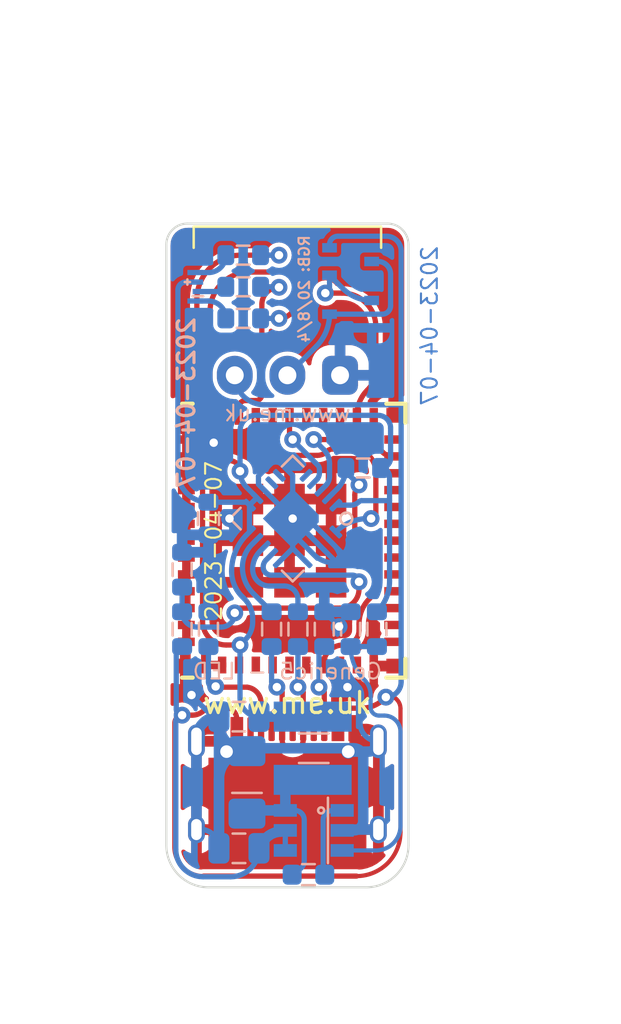
<source format=kicad_pcb>
(kicad_pcb (version 20211014) (generator pcbnew)
  (title_block (title "Generic ESP32-PICO-MINI Module") (date "${DATE}") (rev "1") (company "Adrian Kennard, Andrews & Arnold Ltd"))
  (layers (0 "F.Cu" signal) (31 "B.Cu" signal) (34 "B.Paste" user) (35 "F.Paste" user) (36 "B.SilkS" user "B.Silkscreen") (37 "F.SilkS" user "F.Silkscreen") (38 "B.Mask" user) (39 "F.Mask" user) (44 "Edge.Cuts" user))
  (property "DATE" "2023-04-07")
  (net 0 "")
  (net 1 "GND")
  (net 2 "VBUS")
  (net 3 "+3V3")
  (net 4 "Net-(D1-Pad1)")
  (net 7 "Net-(J2-PadA7)")
  (net 8 "Net-(J2-PadA6)")
  (net 9 "Net-(J2-PadB5)")
  (net 10 "R")
  (net 11 "G")
  (net 12 "B")
  (net 13 "D-")
  (net 14 "D+")
  (net 17 "EN")
  (net 20 "GPIO0")
  (net 23 "I")
  (net 24 "O")
  (net 26 "Net-(R10-Pad2)")
  (net 31 "Net-(R11-Pad2)")
  (net 38 "Net-(J2-PadA5)")
  (net 43 "Net-(J1-Pad2)")
  (net 44 "Net-(D1-Pad3)")
  (net 45 "Net-(D1-Pad4)")
  (net 46 "LED")
  (footprint "RevK:ESP32-PICO-MINI-02" (layer "F.Cu") (at 100.1 95.55 90)
    (fp_text reference "U1" hide)
    (fp_text value "ESP32-PICO-MINI-02")
  )
  (footprint "RevK:USC16-TR-PTH" (layer "F.Cu") (at 100 106.95)
    (fp_text reference "J2" hide)
    (fp_text value "USB-C")
  )
  (footprint "RevK:PTSM-HH-3-RA" (layer "F.Cu") (at 100 87.7 180)
    (fp_text reference "J1" hide)
    (fp_text value "Conn_01x03")
  )
  (footprint "RevK:SOT-23-Thin-6-Reg" (layer "B.Cu") (at 101.25 109.3 90)
    (fp_text reference "U3" hide)
    (fp_text value "LMR16006XDDCR")
  )
  (footprint "RevK:R_0603" (layer "B.Cu") (at 95 99.75 90)
    (fp_text reference "R11" hide)
    (fp_text value "4k7")
  )
  (footprint "RevK:R_0603" (layer "B.Cu") (at 103 99.75 -90)
    (fp_text reference "R10" hide)
    (fp_text value "30k 1%")
  )
  (footprint "RevK:R_0603" (layer "B.Cu") (at 99.25 99.75 90)
    (fp_text reference "R7" hide)
    (fp_text value "27R")
  )
  (footprint "RevK:R_0603" (layer "B.Cu") (at 97.9 82)
    (fp_text reference "R4" hide)
    (fp_text value "100R")
  )
  (footprint "RevK:C_0805_" (layer "B.Cu") (at 97.7 110.15 180)
    (fp_text reference "C3" hide)
    (fp_text value "2.2uF")
  )
  (footprint "RevK:C_0603" (layer "B.Cu") (at 96.25 94.5 -90)
    (fp_text reference "C1" hide)
    (fp_text value "100nF")
  )
  (footprint "RevK:SOT-323_SC-70" (layer "B.Cu") (at 103 84.8)
    (fp_text reference "Q2" hide)
    (fp_text value "PMF250XNEX" hide)
  )
  (footprint "RevK:MHS190RGBCT" (layer "B.Cu") (at 95.75 83.5 -90)
    (fp_text reference "D1" hide)
    (fp_text value "LED_BARG" hide)
  )
  (footprint "RevK:C_0603_" (layer "B.Cu") (at 101 111.4 180)
    (fp_text reference "C2" hide)
    (fp_text value "100nF")
  )
  (footprint "RevK:C_0805_" (layer "B.Cu") (at 97.7 103.9 180)
    (fp_text reference "C4" hide)
    (fp_text value "10uF")
  )
  (footprint "RevK:R_0603" (layer "B.Cu") (at 103.6 92.1 180)
    (fp_text reference "R1" hide)
    (fp_text value "10k")
  )
  (footprint "RevK:R_0603" (layer "B.Cu") (at 104.25 99.75 -90)
    (fp_text reference "R9" hide)
    (fp_text value "100k 1%")
  )
  (footprint "RevK:R_0603" (layer "B.Cu") (at 97.9 85)
    (fp_text reference "R3" hide)
    (fp_text value "1K")
  )
  (footprint "RevK:SOT-323_SC-70" (layer "B.Cu") (at 103 82.3 180)
    (fp_text reference "Q1" hide)
    (fp_text value "PMF170XP,115" hide)
  )
  (footprint "RevK:R_0603" (layer "B.Cu") (at 100.5 99.75 90)
    (fp_text reference "R8" hide)
    (fp_text value "27R")
  )
  (footprint "RevK:R_0603" (layer "B.Cu") (at 95 96.925 90)
    (fp_text reference "R12" hide)
    (fp_text value "10k")
  )
  (footprint "RevK:R_0603" (layer "B.Cu") (at 96.25 99.75 90)
    (fp_text reference "R5" hide)
    (fp_text value "5K1")
  )
  (footprint "RevK:L_4x4_" (layer "B.Cu") (at 101.25 105.4 -90)
    (fp_text reference "L1" hide)
    (fp_text value "6.8uH")
  )
  (footprint "RevK:R_0603" (layer "B.Cu") (at 97.9 83.5)
    (fp_text reference "R2" hide)
    (fp_text value "300R")
  )
  (footprint "RevK:QFN-20-1EP_4x4mm_P0.5mm_EP2.5x2.5mm" (layer "B.Cu") (at 100.25 94.5 135)
    (fp_text reference "U2" hide)
    (fp_text value "FT231XQ")
  )
  (footprint "RevK:R_0603" (layer "B.Cu") (at 101.75 99.75 -90)
    (fp_text reference "R6" hide)
    (fp_text value "5K1")
  )
  (footprint "RevK:D_1206_" (layer "B.Cu") (at 98.08 107.02 90)
    (fp_text reference "D2" hide)
    (fp_text value "Schottky")
  )
  (gr_arc (start 94.25 81.5) (mid 94.542893 80.792893) (end 95.25 80.5) (layer "Edge.Cuts") (width 0.1))
  (gr_arc (start 105.75 110) (mid 105.164214 111.414214) (end 103.75 112) (layer "Edge.Cuts") (width 0.1))
  (gr_arc (start 104.75 80.5) (mid 105.457107 80.792893) (end 105.75 81.5) (layer "Edge.Cuts") (width 0.1))
  (gr_arc (start 96.25 112) (mid 94.835786 111.414214) (end 94.25 110) (layer "Edge.Cuts") (width 0.1))
  (gr_line (start 105.75 110) (end 105.75 81.5) (layer "Edge.Cuts") (width 0.1))
  (gr_line (start 96.25 112) (end 103.75 112) (layer "Edge.Cuts") (width 0.1))
  (gr_line (start 94.25 81.5) (end 94.25 110) (layer "Edge.Cuts") (width 0.1))
  (gr_line (start 104.75 80.5) (end 95.25 80.5) (layer "Edge.Cuts") (width 0.1))
  (gr_text "${DATE}" (at 106.75 81.5 90) (layer "B.Cu") (effects (font (size 0.75 0.75) (thickness 0.1)) (justify left mirror)))
  (gr_text "RGB: 20/8/4" (at 100.8 81 90) (layer "B.SilkS") (effects (font (size 0.5 0.5) (thickness 0.1)) (justify left mirror)))
  (gr_text "${DATE}" (at 95.2 89 90) (layer "B.SilkS") (effects (font (size 0.8 0.8)) (justify mirror)))
  (gr_text "Generic5 - LED" (at 100 101.75) (layer "B.SilkS") (effects (font (size 0.75 0.75) (thickness 0.1)) (justify mirror)))
  (gr_text "www.me.uk" (at 100 89.5) (layer "B.SilkS") (effects (font (size 0.75 0.75) (thickness 0.1)) (justify mirror)))
  (gr_text "www.me.uk" (at 100 103.25) (layer "F.SilkS") (effects (font (size 1 1))))
  (segment (start 97.2 99.7) (end 102.376954 99.7) (width 0.25) (layer "F.Cu") (net 1))
  (segment (start 95.441843 102.869662) (end 95.446389 102.874208) (width 0.25) (layer "F.Cu") (net 1))
  (segment (start 95.15 101.5) (end 95.15 102.6) (width 0.25) (layer "F.Cu") (net 1))
  (segment (start 95.3126 102.869662) (end 95.441843 102.869662) (width 0.25) (layer "F.Cu") (net 1))
  (segment (start 105 98.75) (end 104.35 98.75) (width 0.25) (layer "F.Cu") (net 1))
  (segment (start 104.1 99) (end 104.1 101.45) (width 0.25) (layer "F.Cu") (net 1))
  (segment (start 98.125 93.625) (end 97.25 94.5) (width 0.25) (layer "F.Cu") (net 1))
  (segment (start 96.8 104.49) (end 96.26 104.49) (width 0.5) (layer "F.Cu") (net 1))
  (segment (start 98.125 97.525) (end 96.775 97.525) (width 0.25) (layer "F.Cu") (net 1))
  (segment (start 103.2 104.49) (end 103.74 104.49) (width 0.5) (layer "F.Cu") (net 1))
  (segment (start 96.6 97.7) (end 96.6 99.1) (width 0.25) (layer "F.Cu") (net 1))
  (via (at 102.85 102.5) (size 0.8) (drill 0.4) (layers "F.Cu" "B.Cu") (net 1))
  (via (at 100.25 94.5) (size 0.8) (drill 0.4) (layers "F.Cu" "B.Cu") (net 1))
  (via (at 95.446389 102.874208) (size 0.8) (drill 0.4) (layers "F.Cu" "B.Cu") (net 1))
  (via (at 102.454194 99.62276) (size 0.8) (drill 0.4) (layers "F.Cu" "B.Cu") (net 1))
  (via (at 96.5 90.9) (size 0.8) (drill 0.4) (layers "F.Cu" "B.Cu") (net 1))
  (via (at 97.25 94.5) (size 0.8) (drill 0.4) (layers "F.Cu" "B.Cu") (net 1))
  (arc (start 96.6 99.1) (mid 96.775736 99.524264) (end 97.2 99.7) (width 0.25) (layer "F.Cu") (net 1))
  (arc (start 103.74 104.49) (mid 104.150122 104.659878) (end 104.32 105.07) (width 0.5) (layer "F.Cu") (net 1))
  (arc (start 95.15 102.6) (mid 95.194208 102.756749) (end 95.3126 102.869662) (width 0.25) (layer "F.Cu") (net 1))
  (arc (start 102.376954 99.7) (mid 102.431571 99.677377) (end 102.454194 99.62276) (width 0.25) (layer "F.Cu") (net 1))
  (arc (start 96.26 104.49) (mid 95.849878 104.659878) (end 95.68 105.07) (width 0.5) (layer "F.Cu") (net 1))
  (arc (start 104.35 98.75) (mid 104.173223 98.823223) (end 104.1 99) (width 0.25) (layer "F.Cu") (net 1))
  (arc (start 96.775 97.525) (mid 96.651256 97.576256) (end 96.6 97.7) (width 0.25) (layer "F.Cu") (net 1))
  (segment (start 100.25 95.914214) (end 100.25 94.5) (width 0.25) (layer "B.Cu") (net 1))
  (segment (start 95.68 109.24) (end 95.68 107.68) (width 0.25) (layer "B.Cu") (net 1))
  (segment (start 101.593503 95.843503) (end 100.25 94.5) (width 0.25) (layer "B.Cu") (net 1))
  (segment (start 99.614814 91.814884) (end 99.294197 91.814884) (width 0.25) (layer "B.Cu") (net 1))
  (segment (start 104.5 106.75) (end 104.75 107) (width 0.25) (layer "B.Cu") (net 1))
  (segment (start 102.212741 96.6) (end 102.55 96.6) (width 0.25) (layer "B.Cu") (net 1))
  (segment (start 98.625545 92.483536) (end 98.625545 92.875545) (width 0.25) (layer "B.Cu") (net 1))
  (segment (start 96.75 110.15) (end 96.75 106.8675) (width 0.5) (layer "B.Cu") (net 1))
  (segment (start 95.446389 102.894348) (end 95.446389 102.874208) (width 0.25) (layer "B.Cu") (net 1))
  (segment (start 99.613604 96.55061) (end 100.25 95.914214) (width 0.25) (layer "B.Cu") (net 1))
  (segment (start 98.906497 93.156497) (end 100.125 94.375) (width 0.25) (layer "B.Cu") (net 1))
  (segment (start 100.886396 96.55061) (end 100.25 95.914214) (width 0.25) (layer "B.Cu") (net 1))
  (segment (start 102.191421 95.734314) (end 101.947056 95.489949) (width 0.25) (layer "B.Cu") (net 1))
  (segment (start 100.25 92.45007) (end 99.614814 91.814884) (width 0.25) (layer "B.Cu") (net 1))
  (segment (start 99.294197 91.814884) (end 98.625545 92.483536) (width 0.25) (layer "B.Cu") (net 1))
  (segment (start 102.89 105.56) (end 103.83 105.56) (width 0.5) (layer "B.Cu") (net 1))
  (segment (start 98.625545 92.875545) (end 98.906497 93.156497) (width 0.25) (layer "B.Cu") (net 1))
  (segment (start 101.947056 95.489949) (end 100.957107 94.5) (width 0.25) (layer "B.Cu") (net 1))
  (segment (start 95.68 106.82) (end 95.68 105.07) (width 0.25) (layer "B.Cu") (net 1))
  (segment (start 101.756434 98.925) (end 102.454194 99.62276) (width 0.25) (layer "B.Cu") (net 1))
  (segment (start 104.26 109.3) (end 102.6 109.3) (width 0.25) (layer "B.Cu") (net 1))
  (segment (start 100.25 94.5) (end 100.25 92.45007) (width 0.25) (layer "B.Cu") (net 1))
  (segment (start 95.68 107.68) (end 95.25 107.25) (width 0.25) (layer "B.Cu") (net 1))
  (segment (start 96.75 106.8675) (end 96.75 110.4) (width 0.5) (layer "B.Cu") (net 1))
  (segment (start 104.75 107) (end 104.75 108.81) (width 0.25) (layer "B.Cu") (net 1))
  (segment (start 104.32 109.26) (end 102.64 109.26) (width 0.5) (layer "B.Cu") (net 1))
  (segment (start 96.75 103.9) (end 96.75 104.2075) (width 0.5) (layer "B.Cu") (net 1))
  (segment (start 104.75 108.81) (end 104.32 109.24) (width 0.25) (layer "B.Cu") (net 1))
  (segment (start 101.239949 96.197056) (end 100.25 95.207107) (width 0.25) (layer "B.Cu") (net 1))
  (segment (start 104.5 105.25) (end 104.5 106.75) (width 0.25) (layer "B.Cu") (net 1))
  (segment (start 95.25 107.25) (end 95.68 106.82) (width 0.25) (layer "B.Cu") (net 1))
  (segment (start 96.289229 103.737188) (end 95.446389 102.894348) (width 0.25) (layer "B.Cu") (net 1))
  (segment (start 103.45 103.1) (end 103.45 104.2) (width 0.25) (layer "B.Cu") (net 1))
  (arc (start 96.75 104.2075) (mid 97.139548 105.147952) (end 98.08 105.5375) (width 0.5) (layer "B.Cu") (net 1))
  (arc (start 95.84 109.24) (mid 96.483467 109.506533) (end 96.75 110.15) (width 0.25) (layer "B.Cu") (net 1))
  (arc (start 103.83 105.56) (mid 104.176482 105.416482) (end 104.32 105.07) (width 0.5) (layer "B.Cu") (net 1))
  (arc (start 103.45 104.2) (mid 103.704817 104.815183) (end 104.32 105.07) (width 0.25) (layer "B.Cu") (net 1))
  (arc (start 95.68 104.97) (mid 95.993396 104.213396) (end 96.75 103.9) (width 0.5) (layer "B.Cu") (net 1))
  (arc (start 96.75 103.9) (mid 96.506003 103.857662) (end 96.289229 103.737188) (width 0.25) (layer "B.Cu") (net 1))
  (arc (start 102.85 102.5) (mid 103.274264 102.675736) (end 103.45 103.1) (width 0.25) (layer "B.Cu") (net 1))
  (arc (start 102.55 96.6) (mid 102.456808 96.131494) (end 102.191421 95.734314) (width 0.25) (layer "B.Cu") (net 1))
  (arc (start 101.239949 96.197056) (mid 101.68627 96.495278) (end 102.212741 96.6) (width 0.25) (layer "B.Cu") (net 1))
  (arc (start 96.75 106.8675) (mid 97.139548 105.927048) (end 98.08 105.5375) (width 0.5) (layer "B.Cu") (net 1))
  (segment (start 102.4 104.49) (end 102.4 103.95) (width 0.25) (layer "F.Cu") (net 2))
  (segment (start 94.630489 104.200778) (end 94.630489 110.079511) (width 0.2) (layer "F.Cu") (net 2))
  (segment (start 96.018955 111.467977) (end 103.282023 111.467977) (width 0.25) (layer "F.Cu") (net 2))
  (segment (start 104.75 102.9) (end 104.675 102.975) (width 0.25) (layer "F.Cu") (net 2))
  (segment (start 95.00055 103.830717) (end 95.477599 103.830717) (width 0.25) (layer "F.Cu") (net 2))
  (segment (start 104.675 102.975) (end 104.60962 103.04038) (width 0.25) (layer "F.Cu") (net 2))
  (segment (start 103.5 103.5) (end 102.85 103.5) (width 0.25) (layer "F.Cu") (net 2))
  (segment (start 96.517441 103.4) (end 96.95 103.4) (width 0.25) (layer "F.Cu") (net 2))
  (segment (start 105.369511 109.380489) (end 105.369511 103.519511) (width 0.2) (layer "F.Cu") (net 2))
  (via (at 95.00055 103.830717) (size 0.8) (drill 0.4) (layers "F.Cu" "B.Cu") (net 2))
  (via (at 104.675 102.975) (size 0.8) (drill 0.4) (layers "F.Cu" "B.Cu") (net 2))
  (arc (start 96.045489 103.595489) (mid 96.262022 103.450806) (end 96.517441 103.4) (width 0.25) (layer "F.Cu") (net 2))
  (arc (start 105.369511 103.519511) (mid 105.18806 103.081451) (end 104.75 102.9) (width 0.2) (layer "F.Cu") (net 2))
  (arc (start 103.282023 111.467977) (mid 104.7581 110.856566) (end 105.369511 109.380489) (width 0.2) (layer "F.Cu") (net 2))
  (arc (start 94.630489 110.079511) (mid 95.037161 111.061305) (end 96.018955 111.467977) (width 0.2) (layer "F.Cu") (net 2))
  (arc (start 97.6 104.05) (mid 97.409619 103.590381) (end 96.95 103.4) (width 0.25) (layer "F.Cu") (net 2))
  (arc (start 95.00055 103.830717) (mid 94.738877 103.939105) (end 94.630489 104.200778) (width 0.2) (layer "F.Cu") (net 2))
  (arc (start 104.60962 103.04038) (mid 104.100522 103.380549) (end 103.5 103.5) (width 0.25) (layer "F.Cu") (net 2))
  (arc (start 95.477599 103.830717) (mid 95.784939 103.769583) (end 96.045489 103.595489) (width 0.25) (layer "F.Cu") (net 2))
  (arc (start 102.4 103.95) (mid 102.531802 103.631802) (end 102.85 103.5) (width 0.25) (layer "F.Cu") (net 2))
  (segment (start 94.7 110.2) (end 94.7 104.131267) (width 0.25) (layer "B.Cu") (net 2))
  (segment (start 102.4 81.1) (end 104.7 81.1) (width 0.25) (layer "B.Cu") (net 2))
  (segment (start 105.4 89.1) (end 105.4 81.8) (width 0.25) (layer "B.Cu") (net 2))
  (segment (start 102 81.65) (end 102 81.5) (width 0.25) (layer "B.Cu") (net 2))
  (segment (start 98.9 89.1) (end 105.4 89.1) (width 0.25) (layer "B.Cu") (net 2))
  (segment (start 105.4 102.25) (end 105.4 89.1) (width 0.25) (layer "B.Cu") (net 2))
  (segment (start 94.721888 100.853112) (end 94.721888 103.552055) (width 0.25) (layer "B.Cu") (net 2))
  (segment (start 97.3 111.5) (end 96 111.5) (width 0.25) (layer "B.Cu") (net 2))
  (segment (start 99.9 110.25) (end 99.9 109.3) (width 0.25) (layer "B.Cu") (net 2))
  (segment (start 95 100.575) (end 94.721888 100.853112) (width 0.25) (layer "B.Cu") (net 2))
  (arc (start 96 111.5) (mid 95.080761 111.119239) (end 94.7 110.2) (width 0.25) (layer "B.Cu") (net 2))
  (arc (start 98.65 110.15) (mid 98.254594 111.104594) (end 97.3 111.5) (width 0.25) (layer "B.Cu") (net 2))
  (arc (start 94.7 104.131267) (mid 94.788029 103.918746) (end 95.00055 103.830717) (width 0.25) (layer "B.Cu") (net 2))
  (arc (start 97.5 87.7) (mid 97.910051 88.689949) (end 98.9 89.1) (width 0.25) (layer "B.Cu") (net 2))
  (arc (start 104.7 81.1) (mid 105.194975 81.305025) (end 105.4 81.8) (width 0.25) (layer "B.Cu") (net 2))
  (arc (start 104.675 102.975) (mid 105.187652 102.762652) (end 105.4 102.25) (width 0.25) (layer "B.Cu") (net 2))
  (arc (start 94.721888 103.552055) (mid 94.803506 103.749099) (end 95.00055 103.830717) (width 0.25) (layer "B.Cu") (net 2))
  (arc (start 102 81.5) (mid 102.117157 81.217157) (end 102.4 81.1) (width 0.25) (layer "B.Cu") (net 2))
  (segment (start 96.756436 91.751638) (end 97.25114 91.751638) (width 0.25) (layer "F.Cu") (net 3))
  (segment (start 95.971032 99.378968) (end 95.971032 92.621032) (width 0.25) (layer "F.Cu") (net 3))
  (segment (start 97.75 100.5) (end 97.092064 100.5) (width 0.25) (layer "F.Cu") (net 3))
  (segment (start 97.75 100.5) (end 97.75 101.4) (width 0.25) (layer "F.Cu") (net 3))
  (via (at 97.75 92.250498) (size 0.8) (drill 0.4) (layers "F.Cu" "B.Cu") (net 3))
  (via (at 97.75 100.5) (size 0.8) (drill 0.4) (layers "F.Cu" "B.Cu") (net 3))
  (arc (start 97.75 92.250498) (mid 97.603887 91.897751) (end 97.25114 91.751638) (width 0.25) (layer "F.Cu") (net 3))
  (arc (start 97.092064 100.5) (mid 96.299375 100.171657) (end 95.971032 99.378968) (width 0.25) (layer "F.Cu") (net 3))
  (arc (start 95.971032 92.621032) (mid 96.196672 92.036082) (end 96.756436 91.751638) (width 0.25) (layer "F.Cu") (net 3))
  (segment (start 98.35 99.4) (end 98.35 99.265685) (width 0.25) (layer "B.Cu") (net 3))
  (segment (start 98.5 89.6) (end 104.3 89.6) (width 0.25) (layer "B.Cu") (net 3))
  (segment (start 98.552944 93.510051) (end 98.072872 93.029979) (width 0.25) (layer "B.Cu") (net 3))
  (segment (start 97.844975 98.194974) (end 97.95 98.3) (width 0.25) (layer "B.Cu") (net 3))
  (segment (start 97.75 100.5) (end 97.996447 100.253554) (width 0.25) (layer "B.Cu") (net 3))
  (segment (start 104.85 93.65) (end 104.85 97.476472) (width 0.25) (layer "B.Cu") (net 3))
  (segment (start 103.52071 93.65) (end 104.85 93.65) (width 0.25) (layer "B.Cu") (net 3))
  (segment (start 98.19939 93.863604) (end 98.19939 95.136396) (width 0.25) (layer "B.Cu") (net 3))
  (segment (start 95.75 83.275) (end 95.175 83.275) (width 0.25) (layer "B.Cu") (net 3))
  (segment (start 97.75 100.5) (end 97.75 103) (width 0.25) (layer "B.Cu") (net 3))
  (segment (start 102.30061 93.863604) (end 103.005026 93.863604) (width 0.25) (layer "B.Cu") (net 3))
  (segment (start 104.9 90.2) (end 104.9 91.625) (width 0.25) (layer "B.Cu") (net 3))
  (segment (start 94.8 83.65) (end 94.8 92.275) (width 0.25) (layer "B.Cu") (net 3))
  (segment (start 98.199391 93.863604) (end 98.552944 93.510051) (width 0.25) (layer "B.Cu") (net 3))
  (segment (start 104.85 93.65) (end 104.85 92.525) (width 0.25) (layer "B.Cu") (net 3))
  (segment (start 98.060786 93.725) (end 96.25 93.725) (width 0.25) (layer "B.Cu") (net 3))
  (segment (start 97.75 92.250498) (end 97.75 90.35) (width 0.25) (layer "B.Cu") (net 3))
  (arc (start 97.75 103) (mid 98.013604 103.636396) (end 98.65 103.9) (width 0.25) (layer "B.Cu") (net 3))
  (arc (start 98.067158 95.268628) (mid 97.536383 96.062988) (end 97.35 97) (width 0.25) (layer "B.Cu") (net 3))
  (arc (start 103.005026 93.863604) (mid 103.218784 93.821084) (end 103.4 93.7) (width 0.25) (layer "B.Cu") (net 3))
  (arc (start 97.75 90.35) (mid 97.96967 89.81967) (end 98.5 89.6) (width 0.25) (layer "B.Cu") (net 3))
  (arc (start 103.4 93.7) (mid 103.455382 93.662995) (end 103.52071 93.65) (width 0.25) (layer "B.Cu") (net 3))
  (arc (start 98.072872 93.029979) (mid 97.833912 92.67235) (end 97.75 92.250498) (width 0.25) (layer "B.Cu") (net 3))
  (arc (start 104.85 97.476472) (mid 104.694065 98.26041) (end 104.25 98.925) (width 0.25) (layer "B.Cu") (net 3))
  (arc (start 104.9 91.625) (mid 104.760876 91.960876) (end 104.425 92.1) (width 0.25) (layer "B.Cu") (net 3))
  (arc (start 97.996447 100.253554) (mid 98.258114 99.86194) (end 98.35 99.4) (width 0.25) (layer "B.Cu") (net 3))
  (arc (start 97.35 97) (mid 97.47864 97.646715) (end 97.844975 98.194974) (width 0.25) (layer "B.Cu") (net 3))
  (arc (start 95.175 83.275) (mid 94.909835 83.384835) (end 94.8 83.65) (width 0.25) (layer "B.Cu") (net 3))
  (arc (start 104.3 89.6) (mid 104.724264 89.775736) (end 104.9 90.2) (width 0.25) (layer "B.Cu") (net 3))
  (arc (start 104.85 92.525) (mid 104.72552 92.22448) (end 104.425 92.1) (width 0.25) (layer "B.Cu") (net 3))
  (arc (start 98.35 99.265685) (mid 98.246043 98.74306) (end 97.95 98.3) (width 0.25) (layer "B.Cu") (net 3))
  (arc (start 94.8 92.275) (mid 95.224695 93.300305) (end 96.25 93.725) (width 0.25) (layer "B.Cu") (net 3))
  (segment (start 95.625 82.825) (end 96.25 82.825) (width 0.25) (layer "B.Cu") (net 4))
  (arc (start 96.25 82.825) (mid 96.833363 82.583363) (end 97.075 82) (width 0.25) (layer "B.Cu") (net 4))
  (segment (start 100.25 104) (end 100.25 104.49) (width 0.25) (layer "F.Cu") (net 7))
  (segment (start 99.25 104.49) (end 99.25 104) (width 0.25) (layer "F.Cu") (net 7))
  (segment (start 99.75 103.5) (end 99.75 102.75) (width 0.25) (layer "F.Cu") (net 7))
  (via (at 99.5 102.5) (size 0.8) (drill 0.4) (layers "F.Cu" "B.Cu") (net 7))
  (arc (start 99.75 102.75) (mid 99.676777 102.573223) (end 99.5 102.5) (width 0.25) (layer "F.Cu") (net 7))
  (arc (start 99.75 103.5) (mid 100.103553 103.646447) (end 100.25 104) (width 0.25) (layer "F.Cu") (net 7))
  (arc (start 99.25 104) (mid 99.396447 103.646447) (end 99.75 103.5) (width 0.25) (layer "F.Cu") (net 7))
  (segment (start 99.25 100.575) (end 99.25 102.25) (width 0.25) (layer "B.Cu") (net 7))
  (arc (start 99.25 102.25) (mid 99.323223 102.426777) (end 99.5 102.5) (width 0.25) (layer "B.Cu") (net 7))
  (segment (start 99.75 104.49) (end 99.75 105) (width 0.25) (layer "F.Cu") (net 8))
  (segment (start 100.75 102.75) (end 100.75 104.49) (width 0.25) (layer "F.Cu") (net 8))
  (segment (start 100.75 105) (end 100.75 104.49) (width 0.25) (layer "F.Cu") (net 8))
  (via (at 100.5 102.5) (size 0.8) (drill 0.4) (layers "F.Cu" "B.Cu") (net 8))
  (arc (start 100.25 105.5) (mid 100.603553 105.353553) (end 100.75 105) (width 0.25) (layer "F.Cu") (net 8))
  (arc (start 99.75 105) (mid 99.896447 105.353553) (end 100.25 105.5) (width 0.25) (layer "F.Cu") (net 8))
  (arc (start 100.5 102.5) (mid 100.676777 102.573223) (end 100.75 102.75) (width 0.25) (layer "F.Cu") (net 8))
  (segment (start 100.5 100.575) (end 100.5 102.5) (width 0.25) (layer "B.Cu") (net 8))
  (segment (start 101.75 104.49) (end 101.75 102.75) (width 0.25) (layer "F.Cu") (net 9))
  (via (at 101.5 102.5) (size 0.8) (drill 0.4) (layers "F.Cu" "B.Cu") (net 9))
  (arc (start 101.75 102.75) (mid 101.676777 102.573223) (end 101.5 102.5) (width 0.25) (layer "F.Cu") (net 9))
  (segment (start 101.5 102.5) (end 101.5 100.825) (width 0.25) (layer "B.Cu") (net 9))
  (segment (start 97.952655 88.901077) (end 97.8626 88.930338) (width 0.25) (layer "F.Cu") (net 10))
  (segment (start 97.8626 88.930338) (end 97.785995 88.985995) (width 0.25) (layer "F.Cu") (net 10))
  (segment (start 97.7 89.2) (end 97.7 89.65) (width 0.25) (layer "F.Cu") (net 10))
  (segment (start 98.786189 84.338311) (end 98.786189 88.613811) (width 0.25) (layer "F.Cu") (net 10))
  (segment (start 97.701077 89.152655) (end 97.7 89.2) (width 0.25) (layer "F.Cu") (net 10))
  (segment (start 98.5 88.9) (end 98 88.9) (width 0.25) (layer "F.Cu") (net 10))
  (segment (start 98 88.9) (end 97.952655 88.901077) (width 0.25) (layer "F.Cu") (net 10))
  (segment (start 97.730338 89.0626) (end 97.701077 89.152655) (width 0.25) (layer "F.Cu") (net 10))
  (segment (start 97.785995 88.985995) (end 97.730338 89.0626) (width 0.25) (layer "F.Cu") (net 10))
  (via (at 99.6 83.5245) (size 0.8) (drill 0.4) (layers "F.Cu" "B.Cu") (net 10))
  (arc (start 99.6 83.5245) (mid 99.024549 83.76286) (end 98.786189 84.338311) (width 0.25) (layer "F.Cu") (net 10))
  (arc (start 98.786189 88.613811) (mid 98.702366 88.816177) (end 98.5 88.9) (width 0.25) (layer "F.Cu") (net 10))
  (segment (start 99.7 83.5) (end 98.725 83.5) (width 0.25) (layer "B.Cu") (net 10))
  (segment (start 99.8 82.8) (end 98.2 82.8) (width 0.25) (layer "F.Cu") (net 11))
  (segment (start 100.4 84.2) (end 100.4 83.4) (width 0.25) (layer "F.Cu") (net 11))
  (segment (start 96.325 84.675) (end 96.325 88.177513) (width 0.25) (layer "F.Cu") (net 11))
  (via (at 99.6 85) (size 0.8) (drill 0.4) (layers "F.Cu" "B.Cu") (net 11))
  (arc (start 96.5 88.6) (mid 96.796043 89.04306) (end 96.9 89.565685) (width 0.25) (layer "F.Cu") (net 11))
  (arc (start 96.325 88.177513) (mid 96.370481 88.406162) (end 96.5 88.6) (width 0.25) (layer "F.Cu") (net 11))
  (arc (start 98.2 82.8) (mid 96.874175 83.349175) (end 96.325 84.675) (width 0.25) (layer "F.Cu") (net 11))
  (arc (start 100.4 83.4) (mid 100.224264 82.975736) (end 99.8 82.8) (width 0.25) (layer "F.Cu") (net 11))
  (arc (start 99.6 85) (mid 100.165685 84.765685) (end 100.4 84.2) (width 0.25) (layer "F.Cu") (net 11))
  (segment (start 99.8 85) (end 98.725 85) (width 0.25) (layer "B.Cu") (net 11))
  (segment (start 95.7 88.263526) (end 95.7 84.1) (width 0.25) (layer "F.Cu") (net 12))
  (segment (start 99.6 82) (end 97.8 82) (width 0.25) (layer "F.Cu") (net 12))
  (segment (start 96.1 89.65) (end 96.1 89.22921) (width 0.25) (layer "F.Cu") (net 12))
  (via (at 99.6 82) (size 0.8) (drill 0.4) (layers "F.Cu" "B.Cu") (net 12))
  (arc (start 95.867213 88.667213) (mid 95.743457 88.482) (end 95.7 88.263526) (width 0.25) (layer "F.Cu") (net 12))
  (arc (start 96.1 89.22921) (mid 96.039501 88.925059) (end 95.867213 88.667213) (width 0.25) (layer "F.Cu") (net 12))
  (arc (start 95.7 84.1) (mid 96.315076 82.615076) (end 97.8 82) (width 0.25) (layer "F.Cu") (net 12))
  (segment (start 99.7 82) (end 98.725 82) (width 0.25) (layer "B.Cu") (net 12))
  (segment (start 98.552944 95.489949) (end 98.314865 95.728028) (width 0.25) (layer "B.Cu") (net 13))
  (segment (start 98.377388 98.052389) (end 99.25 98.925) (width 0.25) (layer "B.Cu") (net 13))
  (arc (start 97.864736 96.814736) (mid 97.99797 97.484549) (end 98.377388 98.052389) (width 0.25) (layer "B.Cu") (net 13))
  (arc (start 98.314865 95.728028) (mid 97.981721 96.226614) (end 97.864736 96.814736) (width 0.25) (layer "B.Cu") (net 13))
  (segment (start 98.906497 95.843503) (end 98.703554 96.046446) (width 0.25) (layer "B.Cu") (net 14))
  (segment (start 99.15 97.7) (end 99.85 97.7) (width 0.25) (layer "B.Cu") (net 14))
  (segment (start 100.5 98.35) (end 100.5 98.925) (width 0.25) (layer "B.Cu") (net 14))
  (arc (start 99.85 97.7) (mid 100.309619 97.890381) (end 100.5 98.35) (width 0.25) (layer "B.Cu") (net 14))
  (arc (start 98.703554 96.046446) (mid 98.441886 96.43806) (end 98.35 96.9) (width 0.25) (layer "B.Cu") (net 14))
  (arc (start 99.15 97.7) (mid 98.584315 97.465685) (end 98.35 96.9) (width 0.25) (layer "B.Cu") (net 14))
  (segment (start 104.2 96) (end 104.2 97.575736) (width 0.25) (layer "F.Cu") (net 17))
  (segment (start 103.2 93.38164) (end 103.2 95) (width 0.25) (layer "F.Cu") (net 17))
  (segment (start 103.4 99.507106) (end 103.4 99.8) (width 0.25) (layer "F.Cu") (net 17))
  (segment (start 102.7 100.5) (end 102.65 100.5) (width 0.25) (layer "F.Cu") (net 17))
  (via (at 103.399502 92.9) (size 0.8) (drill 0.4) (layers "F.Cu" "B.Cu") (net 17))
  (arc (start 103.7 95.5) (mid 104.053553 95.646447) (end 104.2 96) (width 0.25) (layer "F.Cu") (net 17))
  (arc (start 103.9 98.3) (mid 103.529946 98.853825) (end 103.4 99.507106) (width 0.25) (layer "F.Cu") (net 17))
  (arc (start 103.399502 92.9) (mid 103.251849 93.120978) (end 103.2 93.38164) (width 0.25) (layer "F.Cu") (net 17))
  (arc (start 104.2 97.575736) (mid 104.122033 97.967705) (end 103.9 98.3) (width 0.25) (layer "F.Cu") (net 17))
  (arc (start 102.65 100.5) (mid 101.978249 100.778249) (end 101.7 101.45) (width 0.25) (layer "F.Cu") (net 17))
  (arc (start 103.4 99.8) (mid 103.194975 100.294975) (end 102.7 100.5) (width 0.25) (layer "F.Cu") (net 17))
  (arc (start 103.2 95) (mid 103.346447 95.353553) (end 103.7 95.5) (width 0.25) (layer "F.Cu") (net 17))
  (segment (start 102.363388 93.093719) (end 101.947056 93.510051) (width 0.25) (layer "B.Cu") (net 17))
  (segment (start 102.899096 92.399594) (end 103.399502 92.9) (width 0.25) (layer "B.Cu") (net 17))
  (arc (start 102.775 92.1) (mid 102.668026 92.637797) (end 102.363388 93.093719) (width 0.25) (layer "B.Cu") (net 17))
  (arc (start 102.775 92.1) (mid 102.807251 92.262139) (end 102.899096 92.399594) (width 0.25) (layer "B.Cu") (net 17))
  (segment (start 101.25 90.75) (end 103.339695 90.75) (width 0.25) (layer "F.Cu") (net 20))
  (segment (start 104.336931 91.163069) (end 104.528603 91.354741) (width 0.25) (layer "F.Cu") (net 20))
  (via (at 101.25 90.75) (size 0.8) (drill 0.4) (layers "F.Cu" "B.Cu") (net 20))
  (arc (start 104.528603 91.354741) (mid 104.744882 91.499253) (end 105 91.55) (width 0.25) (layer "F.Cu") (net 20))
  (arc (start 103.339695 90.75) (mid 103.879395 90.857353) (end 104.336931 91.163069) (width 0.25) (layer "F.Cu") (net 20))
  (segment (start 101.717157 91.217158) (end 101.25 90.75) (width 0.25) (layer "B.Cu") (net 20))
  (segment (start 102 91.9) (end 102 92.5) (width 0.25) (layer "B.Cu") (net 20))
  (segment (start 101.823223 92.926776) (end 101.593503 93.156497) (width 0.25) (layer "B.Cu") (net 20))
  (arc (start 102 91.9) (mid 101.926492 91.530448) (end 101.717157 91.217158) (width 0.25) (layer "B.Cu") (net 20))
  (arc (start 102 92.5) (mid 101.954057 92.73097) (end 101.823223 92.926776) (width 0.25) (layer "B.Cu") (net 20))
  (segment (start 100.1 89.65) (end 100.1 90.6) (width 0.25) (layer "F.Cu") (net 23))
  (segment (start 100.1 90.6) (end 100.25 90.75) (width 0.25) (layer "F.Cu") (net 23))
  (via (at 100.25 90.75) (size 0.8) (drill 0.4) (layers "F.Cu" "B.Cu") (net 23))
  (segment (start 101.520902 92.320902) (end 101.520902 92.163167) (width 0.25) (layer "B.Cu") (net 23))
  (segment (start 101.378711 92.664183) (end 101.239949 92.802944) (width 0.25) (layer "B.Cu") (net 23))
  (segment (start 100.25 90.7746) (end 101.4377 91.9623) (width 0.25) (layer "B.Cu") (net 23))
  (segment (start 100.25 90.75) (end 100.25 90.7746) (width 0.25) (layer "B.Cu") (net 23))
  (arc (start 101.520902 92.320902) (mid 101.483948 92.506684) (end 101.378711 92.664183) (width 0.25) (layer "B.Cu") (net 23))
  (arc (start 101.520902 92.163167) (mid 101.499279 92.054459) (end 101.4377 91.9623) (width 0.25) (layer "B.Cu") (net 23))
  (segment (start 104.2 92.3) (end 104.2 94.2745) (width 0.25) (layer "F.Cu") (net 24))
  (segment (start 102.141421 91.2) (end 103.1 91.2) (width 0.25) (layer "F.Cu") (net 24))
  (segment (start 99.3 89.65) (end 99.3 90.8) (width 0.25) (layer "F.Cu") (net 24))
  (segment (start 100 91.5) (end 101.417158 91.5) (width 0.25) (layer "F.Cu") (net 24))
  (via (at 103.9745 94.5) (size 0.8) (drill 0.4) (layers "F.Cu" "B.Cu") (net 24))
  (arc (start 103.1 91.2) (mid 103.877817 91.522183) (end 104.2 92.3) (width 0.25) (layer "F.Cu") (net 24))
  (arc (start 101.417158 91.5) (mid 101.67847 91.448021) (end 101.9 91.3) (width 0.25) (layer "F.Cu") (net 24))
  (arc (start 101.9 91.3) (mid 102.010765 91.225989) (end 102.141421 91.2) (width 0.25) (layer "F.Cu") (net 24))
  (arc (start 99.3 90.8) (mid 99.505025 91.294975) (end 100 91.5) (width 0.25) (layer "F.Cu") (net 24))
  (arc (start 104.2 94.2745) (mid 104.133953 94.433953) (end 103.9745 94.5) (width 0.25) (layer "F.Cu") (net 24))
  (segment (start 103.972308 94.502192) (end 103.9745 94.5) (width 0.25) (layer "B.Cu") (net 24))
  (segment (start 103.694736 94.502192) (end 103.972308 94.502192) (width 0.25) (layer "B.Cu") (net 24))
  (arc (start 102.30061 95.136396) (mid 102.940279 94.693675) (end 103.694736 94.502192) (width 0.25) (layer "B.Cu") (net 24))
  (segment (start 104.35 103.85) (end 104.6 103.85) (width 0.2) (layer "B.Cu") (net 26))
  (segment (start 105.369511 104.680489) (end 105.369511 104.619511) (width 0.2) (layer "B.Cu") (net 26))
  (segment (start 103 100.575) (end 104.25 100.575) (width 0.25) (layer "B.Cu") (net 26))
  (segment (start 105.369511 104.680489) (end 105.369511 109.080489) (width 0.2) (layer "B.Cu") (net 26))
  (segment (start 102.6 110.25) (end 104.2 110.25) (width 0.2) (layer "B.Cu") (net 26))
  (segment (start 103.95 102.868502) (end 103.95 103.45) (width 0.2) (layer "B.Cu") (net 26))
  (arc (start 103 100.575) (mid 103.169988 101.429589) (end 103.654074 102.154074) (width 0.2) (layer "B.Cu") (net 26))
  (arc (start 105.369511 104.619511) (mid 105.144126 104.075385) (end 104.6 103.85) (width 0.2) (layer "B.Cu") (net 26))
  (arc (start 105.369511 109.080489) (mid 105.026969 109.907458) (end 104.2 110.25) (width 0.2) (layer "B.Cu") (net 26))
  (arc (start 103.654074 102.154074) (mid 103.873091 102.481856) (end 103.95 102.868502) (width 0.2) (layer "B.Cu") (net 26))
  (arc (start 103.95 103.45) (mid 104.067157 103.732843) (end 104.35 103.85) (width 0.2) (layer "B.Cu") (net 26))
  (segment (start 103.399502 97.5) (end 103.399502 97.850498) (width 0.25) (layer "F.Cu") (net 31))
  (segment (start 97.525166 98.950334) (end 97.5 98.9755) (width 0.25) (layer "F.Cu") (net 31))
  (segment (start 97.525166 98.885441) (end 97.525166 98.950334) (width 0.25) (layer "F.Cu") (net 31))
  (segment (start 102.5 98.75) (end 97.75 98.75) (width 0.25) (layer "F.Cu") (net 31))
  (via (at 103.399502 97.5) (size 0.8) (drill 0.4) (layers "F.Cu" "B.Cu") (net 31))
  (via (at 97.5 98.9755) (size 0.8) (drill 0.4) (layers "F.Cu" "B.Cu") (net 31))
  (arc (start 97.75 98.75) (mid 97.619375 98.78684) (end 97.525166 98.885441) (width 0.25) (layer "F.Cu") (net 31))
  (arc (start 103.399502 97.850498) (mid 103.136044 98.486542) (end 102.5 98.75) (width 0.25) (layer "F.Cu") (net 31))
  (segment (start 98.986396 96.470711) (end 99.260051 96.197056) (width 0.25) (layer "B.Cu") (net 31))
  (segment (start 95 98.925) (end 95 97.75) (width 0.25) (layer "B.Cu") (net 31))
  (segment (start 97.466039 99.009461) (end 97.5 98.9755) (width 0.25) (layer "B.Cu") (net 31))
  (segment (start 99.235116 97.185116) (end 103.084618 97.185116) (width 0.25) (layer "B.Cu") (net 31))
  (segment (start 97.466039 99.215391) (end 97.466039 99.009461) (width 0.25) (layer "B.Cu") (net 31))
  (segment (start 95.72452 99.64952) (end 96.85048 99.64952) (width 0.25) (layer "B.Cu") (net 31))
  (arc (start 99.235116 97.185116) (mid 98.962798 97.072318) (end 98.85 96.8) (width 0.25) (layer "B.Cu") (net 31))
  (arc (start 95 98.925) (mid 95.212207 99.437313) (end 95.72452 99.64952) (width 0.25) (layer "B.Cu") (net 31))
  (arc (start 103.084618 97.185116) (mid 103.307275 97.277343) (end 103.399502 97.5) (width 0.25) (layer "B.Cu") (net 31))
  (arc (start 98.85 96.8) (mid 98.885448 96.62179) (end 98.986396 96.470711) (width 0.25) (layer "B.Cu") (net 31))
  (arc (start 96.85048 99.64952) (mid 97.226349 99.52973) (end 97.466039 99.215391) (width 0.25) (layer "B.Cu") (net 31))
  (segment (start 98.75 104.49) (end 98.75 103.25) (width 0.25) (layer "F.Cu") (net 38))
  (segment (start 96.627141 102.501965) (end 96.592521 102.467345) (width 0.25) (layer "F.Cu") (net 38))
  (segment (start 98.084283 102.501965) (end 96.627141 102.501965) (width 0.25) (layer "F.Cu") (net 38))
  (via (at 96.592521 102.467345) (size 0.8) (drill 0.4) (layers "F.Cu" "B.Cu") (net 38))
  (arc (start 98.75 103.25) (mid 98.559232 102.75024) (end 98.084283 102.501965) (width 0.25) (layer "F.Cu") (net 38))
  (segment (start 96.584804 102.475062) (end 96.592521 102.467345) (width 0.25) (layer "B.Cu") (net 38))
  (segment (start 96.25 100.575) (end 96.25 102.25) (width 0.25) (layer "B.Cu") (net 38))
  (segment (start 96.385325 102.475062) (end 96.584804 102.475062) (width 0.25) (layer "B.Cu") (net 38))
  (arc (start 96.25 102.25) (mid 96.28684 102.380625) (end 96.385325 102.475062) (width 0.25) (layer "B.Cu") (net 38))
  (segment (start 101.363604 86.336396) (end 100 87.7) (width 0.25) (layer "B.Cu") (net 43))
  (segment (start 104.9 82.9) (end 104.9 84.4) (width 0.25) (layer "B.Cu") (net 43))
  (segment (start 104 82.3) (end 104.3 82.3) (width 0.25) (layer "B.Cu") (net 43))
  (segment (start 104.5 84.8) (end 102 84.8) (width 0.25) (layer "B.Cu") (net 43))
  (arc (start 102 84.8) (mid 101.834606 85.631492) (end 101.363604 86.336396) (width 0.25) (layer "B.Cu") (net 43))
  (arc (start 104.9 84.4) (mid 104.782843 84.682843) (end 104.5 84.8) (width 0.25) (layer "B.Cu") (net 43))
  (arc (start 104.3 82.3) (mid 104.724264 82.475736) (end 104.9 82.9) (width 0.25) (layer "B.Cu") (net 43))
  (segment (start 95.75 83.725) (end 96.85 83.725) (width 0.25) (layer "B.Cu") (net 44))
  (segment (start 95.625 84.175) (end 96.25 84.175) (width 0.25) (layer "B.Cu") (net 45))
  (arc (start 96.25 84.175) (mid 96.833363 84.416637) (end 97.075 85) (width 0.25) (layer "B.Cu") (net 45))
  (segment (start 104.2 87.434315) (end 104.2 85.4) (width 0.25) (layer "F.Cu") (net 46))
  (segment (start 101.8 83.8) (end 102.6 83.8) (width 0.25) (layer "F.Cu") (net 46))
  (via (at 101.8 83.8) (size 0.8) (drill 0.4) (layers "F.Cu" "B.Cu") (net 46))
  (arc (start 103.8 88.4) (mid 104.096044 87.95694) (end 104.2 87.434315) (width 0.25) (layer "F.Cu") (net 46))
  (arc (start 103.3 89.607106) (mid 103.429946 88.953825) (end 103.8 88.4) (width 0.25) (layer "F.Cu") (net 46))
  (arc (start 102.6 83.8) (mid 103.731371 84.268629) (end 104.2 85.4) (width 0.25) (layer "F.Cu") (net 46))
  (segment (start 102 83.6) (end 102 82.95) (width 0.25) (layer "B.Cu") (net 46))
  (segment (start 102 82.95) (end 102.634314 83.584314) (width 0.25) (layer "B.Cu") (net 46))
  (arc (start 101.8 83.8) (mid 101.941421 83.741421) (end 102 83.6) (width 0.25) (layer "B.Cu") (net 46))
  (arc (start 102.634314 83.584314) (mid 103.260896 84.002983) (end 104 84.15) (width 0.25) (layer "B.Cu") (net 46))
  (zone (net 1) (net_name "GND") (layers F&B.Cu) (connect_pads (clearance 0.2)) (min_thickness 0.2) (fill yes (thermal_gap 0.508) (thermal_bridge_width 0.508))
    (polygon (pts (xy 105.75 112) (xy 94.25 112) (xy 94.25 80.5) (xy 105.75 80.5)))
  )
)
</source>
